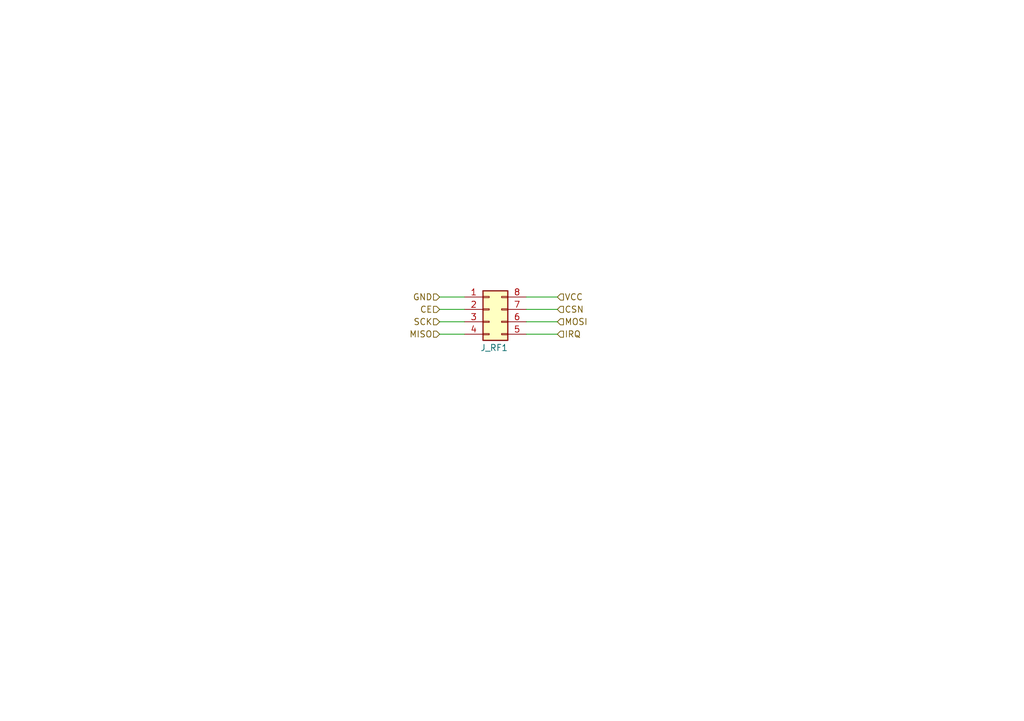
<source format=kicad_sch>
(kicad_sch (version 20231120) (generator "eeschema") (generator_version "8.0")
  (paper "A5")
  (lib_symbols
    (symbol "Connector_Generic:Conn_02x04_Counter_Clockwise" (pin_names (offset 1.016) hide)
      (property "Reference" "J" (at 1.27 5.08 0))
      (property "Value" "Conn_02x04_Counter_Clockwise" (at 1.27 -7.62 0))
      (symbol "Conn_02x04_Counter_Clockwise_1_1"
        (rectangle (start -1.27 -4.953) (end 0 -5.207) (stroke (width 0.1524)))
        (rectangle (start -1.27 -2.413) (end 0 -2.667) (stroke (width 0.1524)))
        (rectangle (start -1.27 0.127) (end 0 -0.127) (stroke (width 0.1524)))
        (rectangle (start -1.27 2.667) (end 0 2.413) (stroke (width 0.1524)))
        (rectangle (start -1.27 3.81) (end 3.81 -6.35) (stroke (width 0.254)) (fill (type background)))
        (rectangle (start 3.81 -4.953) (end 2.54 -5.207) (stroke (width 0.1524)))
        (rectangle (start 3.81 -2.413) (end 2.54 -2.667) (stroke (width 0.1524)))
        (rectangle (start 3.81 0.127) (end 2.54 -0.127) (stroke (width 0.1524)))
        (rectangle (start 3.81 2.667) (end 2.54 2.413) (stroke (width 0.1524)))
        (pin passive line (at -5.08 2.54 0) (length 3.81) (name "Pin_1") (number "1"))
        (pin passive line (at -5.08 0 0) (length 3.81) (name "Pin_2") (number "2"))
        (pin passive line (at -5.08 -2.54 0) (length 3.81) (name "Pin_3") (number "3"))
        (pin passive line (at -5.08 -5.08 0) (length 3.81) (name "Pin_4") (number "4"))
        (pin passive line (at 7.62 -5.08 180) (length 3.81) (name "Pin_5") (number "5"))
        (pin passive line (at 7.62 -2.54 180) (length 3.81) (name "Pin_6") (number "6"))
        (pin passive line (at 7.62 0 180) (length 3.81) (name "Pin_7") (number "7"))
        (pin passive line (at 7.62 2.54 180) (length 3.81) (name "Pin_8") (number "8"))
      )
    )
  )
  (wire (pts (xy 107.95 68.58) (xy 114.3 68.58)))
  (wire (pts (xy 90.17 60.96) (xy 95.25 60.96)))
  (wire (pts (xy 107.95 66.04) (xy 114.3 66.04)))
  (wire (pts (xy 107.95 63.5) (xy 114.3 63.5)))
  (wire (pts (xy 90.17 68.58) (xy 95.25 68.58)))
  (wire (pts (xy 107.95 60.96) (xy 114.3 60.96)))
  (wire (pts (xy 90.17 66.04) (xy 95.25 66.04)))
  (wire (pts (xy 90.17 63.5) (xy 95.25 63.5)))
  (hierarchical_label "MOSI" (shape input) (at 114.3 66.04 0))
  (hierarchical_label "MISO" (shape input) (at 90.17 68.58 180))
  (hierarchical_label "VCC" (shape input) (at 114.3 60.96 0))
  (hierarchical_label "CE" (shape input) (at 90.17 63.5 180))
  (hierarchical_label "SCK" (shape input) (at 90.17 66.04 180))
  (hierarchical_label "CSN" (shape input) (at 114.3 63.5 0))
  (hierarchical_label "IRQ" (shape input) (at 114.3 68.58 0))
  (hierarchical_label "GND" (shape input) (at 90.17 60.96 180))
  (symbol (lib_id "Connector_Generic:Conn_02x04_Counter_Clockwise") (at 100.33 63.5 0) (unit 1)
    (property "Reference" "J_RF1" (at 101.346 71.374 0))
    (property "Value" "Conn_02x04_Counter_Clockwise" (effects (hide yes)))
    (property "Description" "Generic connector, double row, 02x04, counter clockwise pin numbering scheme (similar to DIP package numbering), script generated (kicad-library-utils/schlib/autogen/connector/)" (effects (hide yes)))
  )
)
</source>
